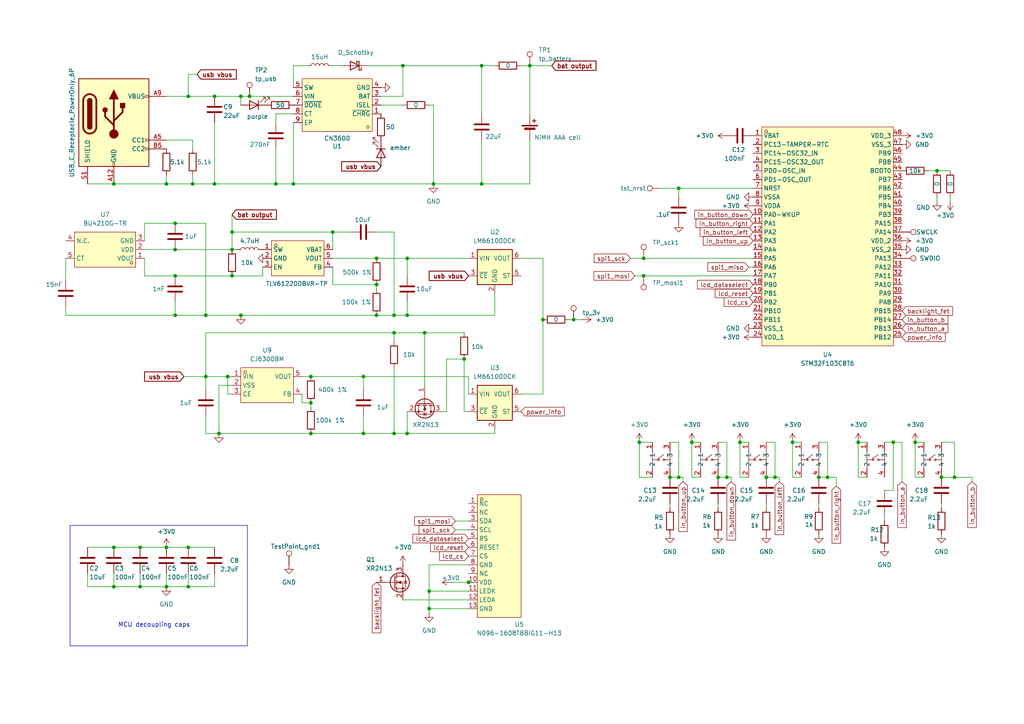
<source format=kicad_sch>
(kicad_sch (version 20250114) (generator "eeschema") (generator_version "9.0")
  (paper "A4")
  (title_block (title "stm32 business card"))
  (rectangle (start 20.32 152.4) (end 71.755 187.325))
  (text "Make sure CN36000 package and connections are right on PCB - wtf is EP?" (at 52.832 -7.874 0) (effects (font (size 1.27 1.27))))
  (text "MCU decoupling caps" (at 44.704 181.356 0) (effects (font (size 1.27 1.27))))
  (text "label 0 ohm choices" (at 24.892 -5.842 0) (effects (font (size 1.27 1.27) (thickness 0.1588))))
  (text "double check voltage diviers, maybe push higher - LCSC!" (at 43.434 -3.556 0) (effects (font (size 1.27 1.27) (thickness 0.1588))))
  (text "TODO" (at 18.796 -11.43 0) (effects (font (size 2.032 2.032) (thickness 0.4064) (bold yes))))
  (junction (at 105.41 109.22))
  (junction (at 40.64 158.75))
  (junction (at 194.31 138.43))
  (junction (at 124.46 171.45))
  (junction (at 166.37 92.71))
  (junction (at 114.3 91.44))
  (junction (at 259.08 128.27))
  (junction (at 186.69 80.01))
  (junction (at 67.31 67.31))
  (junction (at 134.62 104.14))
  (junction (at 224.79 138.43))
  (junction (at 59.69 91.44))
  (junction (at 90.17 116.84))
  (junction (at 72.39 27.94))
  (junction (at 118.11 74.93))
  (junction (at 139.7 53.34))
  (junction (at 135.89 168.91))
  (junction (at 33.02 170.18))
  (junction (at 265.43 128.27))
  (junction (at 67.31 80.01))
  (junction (at 114.3 125.73))
  (junction (at 48.26 170.18))
  (junction (at 109.22 74.93))
  (junction (at 240.03 138.43))
  (junction (at 54.61 27.94))
  (junction (at 109.22 91.44))
  (junction (at 105.41 125.73))
  (junction (at 125.73 53.34))
  (junction (at 276.86 138.43))
  (junction (at 90.17 109.22))
  (junction (at 118.11 91.44))
  (junction (at 208.28 138.43))
  (junction (at 248.92 128.27))
  (junction (at 62.23 27.94))
  (junction (at 273.05 138.43))
  (junction (at 67.31 72.39))
  (junction (at 196.85 54.61))
  (junction (at 62.23 53.34))
  (junction (at 114.3 96.52))
  (junction (at 116.84 19.05))
  (junction (at 50.8 91.44))
  (junction (at 48.26 53.34))
  (junction (at 237.49 138.43))
  (junction (at 85.09 53.34))
  (junction (at 222.25 138.43))
  (junction (at 55.88 53.34))
  (junction (at 153.67 19.05))
  (junction (at 214.63 128.27))
  (junction (at 185.42 128.27))
  (junction (at 96.52 67.31))
  (junction (at 40.64 170.18))
  (junction (at 210.82 138.43))
  (junction (at 69.85 91.44))
  (junction (at 123.19 96.52))
  (junction (at 66.04 109.22))
  (junction (at 124.46 176.53))
  (junction (at 69.85 27.94))
  (junction (at 54.61 158.75))
  (junction (at 90.17 125.73))
  (junction (at 229.87 128.27))
  (junction (at 196.85 138.43))
  (junction (at 118.11 125.73))
  (junction (at 271.78 49.53))
  (junction (at 80.01 53.34))
  (junction (at 33.02 53.34))
  (junction (at 50.8 80.01))
  (junction (at 109.22 82.55))
  (junction (at 33.02 158.75))
  (junction (at 63.5 125.73))
  (junction (at 50.8 72.39))
  (junction (at 186.69 74.93))
  (junction (at 139.7 19.05))
  (junction (at 157.48 92.71))
  (junction (at 200.66 128.27))
  (junction (at 54.61 170.18))
  (junction (at 50.8 64.77))
  (junction (at 59.69 109.22))
  (junction (at 48.26 158.75))
  (wire (pts (xy 194.31 147.32) (xy 194.31 146.05)))
  (wire (pts (xy 222.25 128.27) (xy 224.79 128.27)))
  (wire (pts (xy 85.09 25.4) (xy 85.09 19.05)))
  (wire (pts (xy 259.08 128.27) (xy 261.62 128.27)))
  (wire (pts (xy 267.97 138.43) (xy 265.43 138.43)))
  (wire (pts (xy 80.01 33.02) (xy 80.01 35.56)))
  (wire (pts (xy 55.88 53.34) (xy 55.88 50.8)))
  (wire (pts (xy 118.11 119.38) (xy 118.11 125.73)))
  (wire (pts (xy 41.91 64.77) (xy 50.8 64.77)))
  (wire (pts (xy 67.31 67.31) (xy 67.31 72.39)))
  (wire (pts (xy 54.61 21.59) (xy 57.15 21.59)))
  (wire (pts (xy 33.02 166.37) (xy 33.02 170.18)))
  (wire (pts (xy 153.67 19.05) (xy 153.67 33.02)))
  (wire (pts (xy 275.59 58.42) (xy 275.59 57.15)))
  (wire (pts (xy 114.3 125.73) (xy 118.11 125.73)))
  (wire (pts (xy 185.42 128.27) (xy 185.42 138.43)))
  (wire (pts (xy 200.66 128.27) (xy 203.2 128.27)))
  (wire (pts (xy 114.3 96.52) (xy 114.3 99.06)))
  (wire (pts (xy 85.09 53.34) (xy 125.73 53.34)))
  (wire (pts (xy 237.49 138.43) (xy 240.03 138.43)))
  (wire (pts (xy 256.54 128.27) (xy 259.08 128.27)))
  (wire (pts (xy 55.88 40.64) (xy 55.88 43.18)))
  (wire (pts (xy 248.92 128.27) (xy 248.92 138.43)))
  (wire (pts (xy 41.91 80.01) (xy 41.91 74.93)))
  (wire (pts (xy 186.69 74.93) (xy 218.44 74.93)))
  (wire (pts (xy 124.46 163.83) (xy 124.46 171.45)))
  (wire (pts (xy 62.23 27.94) (xy 69.85 27.94)))
  (wire (pts (xy 55.88 53.34) (xy 62.23 53.34)))
  (wire (pts (xy 85.09 19.05) (xy 88.9 19.05)))
  (wire (pts (xy 139.7 33.02) (xy 139.7 19.05)))
  (wire (pts (xy 251.46 138.43) (xy 248.92 138.43)))
  (wire (pts (xy 105.41 113.03) (xy 105.41 109.22)))
  (wire (pts (xy 229.87 128.27) (xy 232.41 128.27)))
  (wire (pts (xy 132.08 151.13) (xy 135.89 151.13)))
  (wire (pts (xy 106.68 19.05) (xy 116.84 19.05)))
  (wire (pts (xy 134.62 119.38) (xy 135.89 119.38)))
  (wire (pts (xy 189.23 138.43) (xy 185.42 138.43)))
  (wire (pts (xy 59.69 125.73) (xy 63.5 125.73)))
  (wire (pts (xy 66.04 109.22) (xy 67.31 109.22)))
  (wire (pts (xy 40.64 166.37) (xy 40.64 170.18)))
  (wire (pts (xy 232.41 138.43) (xy 229.87 138.43)))
  (wire (pts (xy 101.6 67.31) (xy 96.52 67.31)))
  (wire (pts (xy 273.05 147.32) (xy 273.05 146.05)))
  (wire (pts (xy 237.49 128.27) (xy 240.03 128.27)))
  (wire (pts (xy 134.62 104.14) (xy 134.62 119.38)))
  (wire (pts (xy 281.94 139.7) (xy 281.94 138.43)))
  (wire (pts (xy 157.48 92.71) (xy 157.48 114.3)))
  (wire (pts (xy 114.3 91.44) (xy 109.22 91.44)))
  (wire (pts (xy 66.04 114.3) (xy 66.04 109.22)))
  (wire (pts (xy 210.82 138.43) (xy 212.09 138.43)))
  (wire (pts (xy 96.52 82.55) (xy 109.22 82.55)))
  (wire (pts (xy 62.23 170.18) (xy 62.23 166.37)))
  (wire (pts (xy 48.26 40.64) (xy 55.88 40.64)))
  (wire (pts (xy 196.85 54.61) (xy 196.85 57.15)))
  (wire (pts (xy 198.12 139.7) (xy 198.12 138.43)))
  (wire (pts (xy 67.31 67.31) (xy 96.52 67.31)))
  (wire (pts (xy 226.06 138.43) (xy 224.79 138.43)))
  (wire (pts (xy 54.61 27.94) (xy 62.23 27.94)))
  (wire (pts (xy 208.28 147.32) (xy 208.28 146.05)))
  (wire (pts (xy 118.11 74.93) (xy 135.89 74.93)))
  (wire (pts (xy 124.46 30.48) (xy 125.73 30.48)))
  (wire (pts (xy 118.11 87.63) (xy 118.11 91.44)))
  (wire (pts (xy 139.7 53.34) (xy 153.67 53.34)))
  (wire (pts (xy 191.77 54.61) (xy 196.85 54.61)))
  (wire (pts (xy 48.26 158.75) (xy 54.61 158.75)))
  (wire (pts (xy 48.26 27.94) (xy 54.61 27.94)))
  (wire (pts (xy 214.63 128.27) (xy 217.17 128.27)))
  (wire (pts (xy 72.39 27.94) (xy 85.09 27.94)))
  (wire (pts (xy 135.89 171.45) (xy 124.46 171.45)))
  (wire (pts (xy 50.8 91.44) (xy 59.69 91.44)))
  (wire (pts (xy 67.31 72.39) (xy 68.58 72.39)))
  (wire (pts (xy 212.09 138.43) (xy 212.09 139.7)))
  (wire (pts (xy 50.8 72.39) (xy 67.31 72.39)))
  (wire (pts (xy 33.02 170.18) (xy 40.64 170.18)))
  (wire (pts (xy 105.41 120.65) (xy 105.41 125.73)))
  (wire (pts (xy 208.28 128.27) (xy 210.82 128.27)))
  (wire (pts (xy 135.89 163.83) (xy 124.46 163.83)))
  (wire (pts (xy 87.63 116.84) (xy 90.17 116.84)))
  (wire (pts (xy 41.91 80.01) (xy 50.8 80.01)))
  (wire (pts (xy 41.91 72.39) (xy 50.8 72.39)))
  (wire (pts (xy 224.79 128.27) (xy 224.79 138.43)))
  (wire (pts (xy 59.69 64.77) (xy 59.69 91.44)))
  (wire (pts (xy 96.52 72.39) (xy 96.52 67.31)))
  (wire (pts (xy 271.78 58.42) (xy 271.78 57.15)))
  (wire (pts (xy 256.54 151.13) (xy 256.54 149.86)))
  (wire (pts (xy 118.11 91.44) (xy 143.51 91.44)))
  (wire (pts (xy 114.3 67.31) (xy 114.3 91.44)))
  (wire (pts (xy 54.61 158.75) (xy 62.23 158.75)))
  (wire (pts (xy 109.22 67.31) (xy 114.3 67.31)))
  (wire (pts (xy 69.85 91.44) (xy 109.22 91.44)))
  (wire (pts (xy 40.64 170.18) (xy 48.26 170.18)))
  (wire (pts (xy 67.31 80.01) (xy 76.2 80.01)))
  (wire (pts (xy 53.34 109.22) (xy 59.69 109.22)))
  (wire (pts (xy 281.94 138.43) (xy 276.86 138.43)))
  (wire (pts (xy 269.24 49.53) (xy 271.78 49.53)))
  (wire (pts (xy 222.25 147.32) (xy 222.25 146.05)))
  (wire (pts (xy 153.67 19.05) (xy 160.02 19.05)))
  (wire (pts (xy 90.17 116.84) (xy 90.17 118.11)))
  (wire (pts (xy 198.12 138.43) (xy 196.85 138.43)))
  (wire (pts (xy 157.48 74.93) (xy 157.48 92.71)))
  (wire (pts (xy 229.87 128.27) (xy 229.87 138.43)))
  (wire (pts (xy 273.05 138.43) (xy 276.86 138.43)))
  (wire (pts (xy 109.22 82.55) (xy 109.22 83.82)))
  (wire (pts (xy 242.57 138.43) (xy 242.57 140.97)))
  (wire (pts (xy 87.63 109.22) (xy 90.17 109.22)))
  (wire (pts (xy 80.01 53.34) (xy 85.09 53.34)))
  (wire (pts (xy 186.69 80.01) (xy 218.44 80.01)))
  (wire (pts (xy 69.85 27.94) (xy 69.85 30.48)))
  (wire (pts (xy 123.19 111.76) (xy 123.19 96.52)))
  (wire (pts (xy 129.54 119.38) (xy 129.54 104.14)))
  (wire (pts (xy 48.26 166.37) (xy 48.26 170.18)))
  (wire (pts (xy 153.67 40.64) (xy 153.67 53.34)))
  (wire (pts (xy 242.57 138.43) (xy 240.03 138.43)))
  (wire (pts (xy 25.4 158.75) (xy 33.02 158.75)))
  (wire (pts (xy 85.09 35.56) (xy 85.09 53.34)))
  (wire (pts (xy 40.64 158.75) (xy 48.26 158.75)))
  (wire (pts (xy 182.88 74.93) (xy 186.69 74.93)))
  (wire (pts (xy 194.31 128.27) (xy 196.85 128.27)))
  (wire (pts (xy 50.8 64.77) (xy 59.69 64.77)))
  (wire (pts (xy 116.84 27.94) (xy 110.49 27.94)))
  (wire (pts (xy 90.17 109.22) (xy 105.41 109.22)))
  (wire (pts (xy 128.27 119.38) (xy 129.54 119.38)))
  (wire (pts (xy 123.19 96.52) (xy 134.62 96.52)))
  (wire (pts (xy 151.13 19.05) (xy 153.67 19.05)))
  (wire (pts (xy 67.31 62.23) (xy 67.31 67.31)))
  (wire (pts (xy 116.84 19.05) (xy 139.7 19.05)))
  (wire (pts (xy 217.17 77.47) (xy 218.44 77.47)))
  (wire (pts (xy 135.89 168.91) (xy 130.81 168.91)))
  (wire (pts (xy 59.69 109.22) (xy 66.04 109.22)))
  (wire (pts (xy 118.11 74.93) (xy 109.22 74.93)))
  (wire (pts (xy 276.86 138.43) (xy 276.86 128.27)))
  (wire (pts (xy 168.91 92.71) (xy 166.37 92.71)))
  (wire (pts (xy 259.08 128.27) (xy 259.08 142.24)))
  (wire (pts (xy 217.17 138.43) (xy 214.63 138.43)))
  (wire (pts (xy 96.52 74.93) (xy 109.22 74.93)))
  (wire (pts (xy 59.69 120.65) (xy 59.69 125.73)))
  (wire (pts (xy 210.82 128.27) (xy 210.82 138.43)))
  (wire (pts (xy 76.2 74.93) (xy 77.47 74.93)))
  (wire (pts (xy 48.26 170.18) (xy 54.61 170.18)))
  (wire (pts (xy 143.51 91.44) (xy 143.51 85.09)))
  (wire (pts (xy 19.05 91.44) (xy 19.05 88.9)))
  (wire (pts (xy 273.05 128.27) (xy 276.86 128.27)))
  (wire (pts (xy 90.17 125.73) (xy 105.41 125.73)))
  (wire (pts (xy 240.03 138.43) (xy 240.03 128.27)))
  (wire (pts (xy 59.69 113.03) (xy 59.69 109.22)))
  (wire (pts (xy 105.41 125.73) (xy 114.3 125.73)))
  (wire (pts (xy 105.41 109.22) (xy 135.89 109.22)))
  (wire (pts (xy 80.01 53.34) (xy 80.01 43.18)))
  (wire (pts (xy 184.15 80.01) (xy 186.69 80.01)))
  (wire (pts (xy 137.16 168.91) (xy 135.89 168.91)))
  (wire (pts (xy 54.61 27.94) (xy 54.61 21.59)))
  (wire (pts (xy 143.51 125.73) (xy 143.51 124.46)))
  (wire (pts (xy 118.11 80.01) (xy 118.11 74.93)))
  (wire (pts (xy 67.31 111.76) (xy 63.5 111.76)))
  (wire (pts (xy 33.02 53.34) (xy 48.26 53.34)))
  (wire (pts (xy 214.63 128.27) (xy 214.63 138.43)))
  (wire (pts (xy 85.09 33.02) (xy 80.01 33.02)))
  (wire (pts (xy 59.69 96.52) (xy 59.69 109.22)))
  (wire (pts (xy 265.43 128.27) (xy 267.97 128.27)))
  (wire (pts (xy 19.05 91.44) (xy 50.8 91.44)))
  (wire (pts (xy 50.8 80.01) (xy 67.31 80.01)))
  (wire (pts (xy 226.06 139.7) (xy 226.06 138.43)))
  (wire (pts (xy 19.05 81.28) (xy 19.05 74.93)))
  (wire (pts (xy 237.49 147.32) (xy 237.49 146.05)))
  (wire (pts (xy 59.69 96.52) (xy 114.3 96.52)))
  (wire (pts (xy 114.3 96.52) (xy 123.19 96.52)))
  (wire (pts (xy 203.2 138.43) (xy 200.66 138.43)))
  (wire (pts (xy 124.46 171.45) (xy 124.46 176.53)))
  (wire (pts (xy 48.26 53.34) (xy 55.88 53.34)))
  (wire (pts (xy 166.37 92.71) (xy 165.1 92.71)))
  (wire (pts (xy 135.89 109.22) (xy 135.89 114.3)))
  (wire (pts (xy 265.43 128.27) (xy 265.43 138.43)))
  (wire (pts (xy 261.62 128.27) (xy 261.62 139.7)))
  (wire (pts (xy 129.54 104.14) (xy 134.62 104.14)))
  (wire (pts (xy 259.08 142.24) (xy 256.54 142.24)))
  (wire (pts (xy 76.2 80.01) (xy 76.2 77.47)))
  (wire (pts (xy 271.78 49.53) (xy 275.59 49.53)))
  (wire (pts (xy 139.7 40.64) (xy 139.7 53.34)))
  (wire (pts (xy 248.92 128.27) (xy 251.46 128.27)))
  (wire (pts (xy 48.26 53.34) (xy 48.26 50.8)))
  (wire (pts (xy 208.28 138.43) (xy 210.82 138.43)))
  (wire (pts (xy 194.31 138.43) (xy 196.85 138.43)))
  (wire (pts (xy 118.11 125.73) (xy 143.51 125.73)))
  (wire (pts (xy 25.4 53.34) (xy 33.02 53.34)))
  (wire (pts (xy 116.84 173.99) (xy 135.89 173.99)))
  (wire (pts (xy 67.31 114.3) (xy 66.04 114.3)))
  (wire (pts (xy 41.91 69.85) (xy 41.91 64.77)))
  (wire (pts (xy 62.23 53.34) (xy 80.01 53.34)))
  (wire (pts (xy 157.48 114.3) (xy 151.13 114.3)))
  (wire (pts (xy 222.25 138.43) (xy 224.79 138.43)))
  (wire (pts (xy 54.61 170.18) (xy 62.23 170.18)))
  (wire (pts (xy 63.5 111.76) (xy 63.5 125.73)))
  (wire (pts (xy 50.8 91.44) (xy 50.8 87.63)))
  (wire (pts (xy 185.42 128.27) (xy 189.23 128.27)))
  (wire (pts (xy 118.11 91.44) (xy 114.3 91.44)))
  (wire (pts (xy 110.49 30.48) (xy 116.84 30.48)))
  (wire (pts (xy 125.73 30.48) (xy 125.73 53.34)))
  (wire (pts (xy 62.23 35.56) (xy 62.23 53.34)))
  (wire (pts (xy 33.02 158.75) (xy 40.64 158.75)))
  (wire (pts (xy 124.46 176.53) (xy 124.46 177.8)))
  (wire (pts (xy 54.61 166.37) (xy 54.61 170.18)))
  (wire (pts (xy 69.85 27.94) (xy 72.39 27.94)))
  (wire (pts (xy 116.84 19.05) (xy 116.84 27.94)))
  (wire (pts (xy 25.4 166.37) (xy 25.4 170.18)))
  (wire (pts (xy 196.85 128.27) (xy 196.85 138.43)))
  (wire (pts (xy 157.48 74.93) (xy 151.13 74.93)))
  (wire (pts (xy 63.5 125.73) (xy 90.17 125.73)))
  (wire (pts (xy 124.46 176.53) (xy 135.89 176.53)))
  (wire (pts (xy 125.73 53.34) (xy 139.7 53.34)))
  (wire (pts (xy 132.08 153.67) (xy 135.89 153.67)))
  (wire (pts (xy 200.66 128.27) (xy 200.66 138.43)))
  (wire (pts (xy 114.3 106.68) (xy 114.3 125.73)))
  (wire (pts (xy 96.52 19.05) (xy 99.06 19.05)))
  (wire (pts (xy 87.63 114.3) (xy 87.63 116.84)))
  (wire (pts (xy 96.52 82.55) (xy 96.52 77.47)))
  (wire (pts (xy 196.85 54.61) (xy 218.44 54.61)))
  (wire (pts (xy 139.7 19.05) (xy 143.51 19.05)))
  (wire (pts (xy 59.69 91.44) (xy 69.85 91.44)))
  (wire (pts (xy 25.4 170.18) (xy 33.02 170.18)))
  (global_label "in_button_b" (shape input) (at 281.94 139.7 270) (property "Intersheetrefs" "${INTERSHEET_REFS}" (effects (hide yes))))
  (global_label "backlight_fet" (shape input) (at 261.62 90.17 0) (property "Intersheetrefs" "${INTERSHEET_REFS}" (effects (hide yes))))
  (global_label "lcd_cs" (shape input) (at 135.89 161.29 180) (property "Intersheetrefs" "${INTERSHEET_REFS}" (effects (hide yes))))
  (global_label "in_button_down" (shape input) (at 212.09 139.7 270) (property "Intersheetrefs" "${INTERSHEET_REFS}" (effects (hide yes))))
  (global_label "lcd_reset" (shape input) (at 135.89 158.75 180) (property "Intersheetrefs" "${INTERSHEET_REFS}" (effects (hide yes))))
  (global_label "usb vbus" (shape input) (at 110.49 48.26 180) (effects (font (thickness 0.254) (bold yes))) (property "Intersheetrefs" "${INTERSHEET_REFS}" (effects (hide yes))))
  (global_label "in_button_right" (shape input) (at 242.57 140.97 270) (property "Intersheetrefs" "${INTERSHEET_REFS}" (effects (hide yes))))
  (global_label "spi1_mosi" (shape input) (at 132.08 151.13 180) (property "Intersheetrefs" "${INTERSHEET_REFS}" (effects (hide yes))))
  (global_label "in_button_b" (shape input) (at 261.62 92.71 0) (property "Intersheetrefs" "${INTERSHEET_REFS}" (effects (hide yes))))
  (global_label "in_button_a" (shape input) (at 261.62 95.25 0) (property "Intersheetrefs" "${INTERSHEET_REFS}" (effects (hide yes))))
  (global_label "spi1_sck" (shape input) (at 182.88 74.93 180) (property "Intersheetrefs" "${INTERSHEET_REFS}" (effects (hide yes))))
  (global_label "backlight_fet" (shape input) (at 109.22 168.91 270) (property "Intersheetrefs" "${INTERSHEET_REFS}" (effects (hide yes))))
  (global_label "usb vbus" (shape input) (at 135.89 80.01 180) (effects (font (thickness 0.254) (bold yes))) (property "Intersheetrefs" "${INTERSHEET_REFS}" (effects (hide yes))))
  (global_label "in_button_a" (shape input) (at 261.62 139.7 270) (property "Intersheetrefs" "${INTERSHEET_REFS}" (effects (hide yes))))
  (global_label "usb vbus" (shape input) (at 57.15 21.59 0) (effects (font (thickness 0.254) (bold yes))) (property "Intersheetrefs" "${INTERSHEET_REFS}" (effects (hide yes))))
  (global_label "lcd_cs" (shape input) (at 218.44 87.63 180) (property "Intersheetrefs" "${INTERSHEET_REFS}" (effects (hide yes))))
  (global_label "lcd_dataselect" (shape input) (at 135.89 156.21 180) (property "Intersheetrefs" "${INTERSHEET_REFS}" (effects (hide yes))))
  (global_label "lcd_reset" (shape input) (at 218.44 85.09 180) (property "Intersheetrefs" "${INTERSHEET_REFS}" (effects (hide yes))))
  (global_label "lcd_dataselect" (shape input) (at 218.44 82.55 180) (property "Intersheetrefs" "${INTERSHEET_REFS}" (effects (hide yes))))
  (global_label "in_button_left" (shape input) (at 218.44 67.31 180) (property "Intersheetrefs" "${INTERSHEET_REFS}" (effects (hide yes))))
  (global_label "bat output" (shape input) (at 67.31 62.23 0) (effects (font (thickness 0.254) (bold yes))) (property "Intersheetrefs" "${INTERSHEET_REFS}" (effects (hide yes))))
  (global_label "in_button_right" (shape input) (at 218.44 64.77 180) (property "Intersheetrefs" "${INTERSHEET_REFS}" (effects (hide yes))))
  (global_label "in_button_up" (shape input) (at 198.12 139.7 270) (property "Intersheetrefs" "${INTERSHEET_REFS}" (effects (hide yes))))
  (global_label "in_button_left" (shape input) (at 226.06 139.7 270) (property "Intersheetrefs" "${INTERSHEET_REFS}" (effects (hide yes))))
  (global_label "in_button_up" (shape input) (at 218.44 69.85 180) (property "Intersheetrefs" "${INTERSHEET_REFS}" (effects (hide yes))))
  (global_label "usb vbus" (shape input) (at 53.34 109.22 180) (effects (font (thickness 0.254) (bold yes))) (property "Intersheetrefs" "${INTERSHEET_REFS}" (effects (hide yes))))
  (global_label "power_info" (shape input) (at 151.13 119.38 0) (property "Intersheetrefs" "${INTERSHEET_REFS}" (effects (hide yes))))
  (global_label "spi1_miso" (shape input) (at 217.17 77.47 180) (property "Intersheetrefs" "${INTERSHEET_REFS}" (effects (hide yes))))
  (global_label "power_info" (shape input) (at 261.62 97.79 0) (property "Intersheetrefs" "${INTERSHEET_REFS}" (effects (hide yes))))
  (global_label "spi1_sck" (shape input) (at 132.08 153.67 180) (property "Intersheetrefs" "${INTERSHEET_REFS}" (effects (hide yes))))
  (global_label "in_button_down" (shape input) (at 218.44 62.23 180) (property "Intersheetrefs" "${INTERSHEET_REFS}" (effects (hide yes))))
  (global_label "bat output" (shape input) (at 160.02 19.05 0) (effects (font (thickness 0.254) (bold yes))) (property "Intersheetrefs" "${INTERSHEET_REFS}" (effects (hide yes))))
  (global_label "spi1_mosi" (shape input) (at 184.15 80.01 180) (property "Intersheetrefs" "${INTERSHEET_REFS}" (effects (hide yes))))
  (symbol (lib_id "Device:C") (at 50.8 83.82 0) (unit 1)
    (property "Reference" "C19" (effects (hide yes)))
    (property "Value" "1nF" (at 44.196 83.82 0) (effects (justify left)))
    (property "Footprint" "Capacitor_SMD:C_0603_1608Metric" (effects (hide yes)))
    (property "Description" "Unpolarized capacitor" (effects (hide yes)))
  )
  (symbol (lib_id "power:GND") (at 124.46 177.8 0) (unit 1)
    (property "Reference" "#PWR037" (effects (hide yes)))
    (property "Value" "GND" (at 124.46 182.88 0))
    (property "Description" "Power symbol creates a global label with name \"GND\" , ground" (effects (hide yes)))
  )
  (symbol (lib_id "Device:R") (at 120.65 30.48 90) (unit 1)
    (property "Reference" "R4" (effects (hide yes)))
    (property "Value" "0" (at 120.65 30.48 90))
    (property "Footprint" "Resistor_SMD:R_0603_1608Metric" (effects (hide yes)))
    (property "Description" "Resistor" (effects (hide yes)))
  )
  (symbol (lib_id "Device:R") (at 222.25 151.13 180) (unit 1)
    (property "Reference" "R7" (at 217.678 149.86 0) (effects (justify right)))
    (property "Value" "1k" (at 217.678 152.4 0) (effects (justify right)))
    (property "Footprint" "Resistor_SMD:R_0603_1608Metric" (effects (hide yes)))
    (property "Description" "Resistor" (effects (hide yes)))
  )
  (symbol (lib_id "Device:R") (at 110.49 36.83 180) (unit 1)
    (property "Reference" "R15" (effects (hide yes)))
    (property "Value" "50" (at 114.554 36.83 0) (effects (justify left)))
    (property "Footprint" "Resistor_SMD:R_0603_1608Metric" (effects (hide yes)))
    (property "Description" "Resistor" (effects (hide yes)))
  )
  (symbol (lib_id "power:GND") (at 218.44 95.25 270) (unit 1)
    (property "Reference" "#PWR018" (effects (hide yes)))
    (property "Value" "GND" (at 214.63 95.2499 90) (effects (justify right)))
    (property "Description" "Power symbol creates a global label with name \"GND\" , ground" (effects (hide yes)))
  )
  (symbol (lib_id "Device:C") (at 196.85 60.96 0) (unit 1)
    (property "Reference" "C11" (effects (hide yes)))
    (property "Value" ".1uF" (at 190.246 62.23 0) (effects (justify left)))
    (property "Footprint" "Capacitor_SMD:C_0603_1608Metric" (effects (hide yes)))
    (property "Description" "Unpolarized capacitor" (effects (hide yes)))
  )
  (symbol (lib_id "Device:C") (at 40.64 162.56 0) (unit 1)
    (property "Reference" "C4" (at 40.894 164.846 0) (effects (justify left)))
    (property "Value" "100nF" (at 40.894 167.386 0) (effects (justify left)))
    (property "Footprint" "Capacitor_SMD:C_0603_1608Metric" (effects (hide yes)))
    (property "Description" "Unpolarized capacitor" (effects (hide yes)))
  )
  (symbol (lib_id "Device:R") (at 48.26 46.99 0) (unit 1)
    (property "Reference" "R1" (effects (hide yes)))
    (property "Value" "5.1k" (at 49.276 46.99 0) (effects (justify left)))
    (property "Footprint" "Resistor_SMD:R_0603_1608Metric" (effects (hide yes)))
    (property "Description" "Resistor" (effects (hide yes)))
  )
  (symbol (lib_id "power:GND") (at 222.25 154.94 0) (unit 1)
    (property "Reference" "#PWR029" (effects (hide yes)))
    (property "Value" "GND" (at 222.25 160.02 0))
    (property "Description" "Power symbol creates a global label with name \"GND\" , ground" (effects (hide yes)))
  )
  (symbol (lib_id "Device:C") (at 62.23 162.56 180) (unit 1)
    (property "Reference" "C8" (at 69.342 162.56 0) (effects (justify left)))
    (property "Value" "2.2uF" (at 69.342 165.1 0) (effects (justify left)))
    (property "Footprint" "Capacitor_SMD:C_0603_1608Metric" (effects (hide yes)))
    (property "Description" "Unpolarized capacitor" (effects (hide yes)))
  )
  (symbol (lib_id "Device:D_Schottky") (at 102.87 19.05 180) (unit 1)
    (property "Reference" "D1" (effects (hide yes)))
    (property "Value" "D_Schottky" (at 103.1875 15.24 0))
    (property "Footprint" "Diode_SMD:D_SMA" (effects (hide yes)))
    (property "Description" "Schottky diode" (effects (hide yes)))
  )
  (symbol (lib_id "power:+3V0") (at 218.44 59.69 90) (unit 1)
    (property "Reference" "#PWR017" (effects (hide yes)))
    (property "Value" "+3V0" (at 214.63 59.6899 90) (effects (justify left)))
    (property "Description" "Power symbol creates a global label with name \"+3V0\"" (effects (hide yes)))
  )
  (symbol (lib_id "Device:LED") (at 73.66 30.48 180) (unit 1)
    (property "Reference" "D2" (effects (hide yes)))
    (property "Value" "purple" (at 74.676 33.782 0))
    (property "Footprint" "LED_SMD:LED_0805_2012Metric" (effects (hide yes)))
    (property "Description" "Light emitting diode" (effects (hide yes)))
    (property "Sim.Pins" "1=K 2=A" (effects (hide yes)))
  )
  (symbol (lib_id "Device:C") (at 54.61 162.56 0) (unit 1)
    (property "Reference" "C6" (at 54.864 164.846 0) (effects (justify left)))
    (property "Value" "100nF" (at 54.864 167.386 0) (effects (justify left)))
    (property "Footprint" "Capacitor_SMD:C_0603_1608Metric" (effects (hide yes)))
    (property "Description" "Unpolarized capacitor" (effects (hide yes)))
  )
  (symbol (lib_id "power:+3V0") (at 248.92 128.27 0) (unit 1)
    (property "Reference" "#PWR036" (effects (hide yes)))
    (property "Value" "+3V0" (at 248.92 123.19 0))
    (property "Description" "Power symbol creates a global label with name \"+3V0\"" (effects (hide yes)))
  )
  (symbol (lib_id "indigos_imports:CJ6300BM") (at 77.47 111.76 0) (unit 1)
    (property "Reference" "U9" (at 77.47 101.6 0))
    (property "Value" "CJ6300BM" (at 77.47 104.14 0))
    (property "Footprint" "indigos_imports:SOT-23-5_L2.9-W1.6-P0.95-LS2.8-BR" (effects (hide yes)))
    (property "LCSC Part" "C2829398" (effects (hide yes)))
  )
  (symbol (lib_id "power:+3V0") (at 261.62 69.85 270) (unit 1)
    (property "Reference" "#PWR027" (effects (hide yes)))
    (property "Value" "+3V0" (at 265.43 69.8499 90) (effects (justify left)))
    (property "Description" "Power symbol creates a global label with name \"+3V0\"" (effects (hide yes)))
  )
  (symbol (lib_id "Transistor_FET:AO3400A") (at 123.19 116.84 270) (unit 1)
    (property "Reference" "Q2" (effects (hide yes)))
    (property "Value" "XR2N13" (at 119.634 123.19 90) (effects (justify left)))
    (property "Footprint" "Package_TO_SOT_SMD:SOT-23" (effects (hide yes)))
    (property "Datasheet" "http://www.aosmd.com/pdfs/datasheet/AO3400A.pdf" (effects (hide yes)))
    (property "Description" "30V Vds, 5.7A Id, N-Channel MOSFET, SOT-23" (effects (hide yes)))
  )
  (symbol (lib_id "Connector:TestPoint") (at 191.77 54.61 90) (unit 1)
    (property "Reference" "tst_nrst1" (effects (hide yes)))
    (property "Value" "tst_nrst" (at 183.642 54.61 90))
    (property "Footprint" "TestPoint:TestPoint_Pad_D2.0mm" (effects (hide yes)))
    (property "Description" "test point" (effects (hide yes)))
  )
  (symbol (lib_id "power:GND") (at 256.54 158.75 0) (unit 1)
    (property "Reference" "#PWR038" (effects (hide yes)))
    (property "Value" "GND" (at 256.54 163.83 0))
    (property "Description" "Power symbol creates a global label with name \"GND\" , ground" (effects (hide yes)))
  )
  (symbol (lib_id "power:GND") (at 196.85 64.77 0) (unit 1)
    (property "Reference" "#PWR015" (effects (hide yes)))
    (property "Value" "GND" (effects (hide yes)))
    (property "Description" "Power symbol creates a global label with name \"GND\" , ground" (effects (hide yes)))
  )
  (symbol (lib_id "power:GND") (at 261.62 72.39 90) (unit 1)
    (property "Reference" "#PWR028" (effects (hide yes)))
    (property "Value" "GND" (at 265.43 72.3899 90) (effects (justify right)))
    (property "Description" "Power symbol creates a global label with name \"GND\" , ground" (effects (hide yes)))
  )
  (symbol (lib_id "Device:R") (at 109.22 78.74 0) (unit 1)
    (property "Reference" "R16" (effects (hide yes)))
    (property "Value" "500k 1%" (at 99.314 78.994 0) (effects (justify left)))
    (property "Footprint" "Resistor_SMD:R_0603_1608Metric" (effects (hide yes)))
    (property "Description" "Resistor" (effects (hide yes)))
  )
  (symbol (lib_id "power:+3V0") (at 200.66 128.27 0) (unit 1)
    (property "Reference" "#PWR022" (effects (hide yes)))
    (property "Value" "+3V0" (at 200.66 123.19 0))
    (property "Description" "Power symbol creates a global label with name \"+3V0\"" (effects (hide yes)))
  )
  (symbol (lib_id "Device:C") (at 80.01 39.37 0) (unit 1)
    (property "Reference" "C7" (effects (hide yes)))
    (property "Value" "270nF" (at 72.39 41.91 0) (effects (justify left)))
    (property "Footprint" "Capacitor_SMD:C_0805_2012Metric" (effects (hide yes)))
    (property "Description" "Unpolarized capacitor" (effects (hide yes)))
  )
  (symbol (lib_id "Device:C") (at 25.4 162.56 0) (unit 1)
    (property "Reference" "C2" (at 25.908 164.846 0) (effects (justify left)))
    (property "Value" "10uF" (at 25.908 167.386 0) (effects (justify left)))
    (property "Footprint" "Capacitor_SMD:C_0603_1608Metric" (effects (hide yes)))
    (property "Description" "Unpolarized capacitor" (effects (hide yes)))
  )
  (symbol (lib_id "power:GND") (at 261.62 41.91 90) (unit 1)
    (property "Reference" "#PWR026" (effects (hide yes)))
    (property "Value" "GND" (at 265.43 41.9099 90) (effects (justify right)))
    (property "Description" "Power symbol creates a global label with name \"GND\" , ground" (effects (hide yes)))
  )
  (symbol (lib_id "Connector:TestPoint") (at 166.37 92.71 0) (unit 1)
    (property "Reference" "TP3" (effects (hide yes)))
    (property "Value" "tp_3v" (at 168.91 90.6779 0) (effects (justify left)))
    (property "Footprint" "TestPoint:TestPoint_Pad_D2.0mm" (effects (hide yes)))
    (property "Description" "test point" (effects (hide yes)))
  )
  (symbol (lib_id "easyeda2kicad:TSD003A04126A02") (at 254 133.35 90) (mirror x) (unit 1)
    (property "Reference" "b_a1" (effects (hide yes)))
    (property "Value" "TSD003A04126A02" (effects (hide yes)))
    (property "Footprint" "easyeda2kicad:SW-SMD_4P-L6.0-W6.0-P4.50-LS8.6" (effects (hide yes)))
    (property "Description" "top arrow" (effects (hide yes)))
    (property "LCSC Part" "C2888573" (effects (hide yes)))
  )
  (symbol (lib_id "power:+3V0") (at 265.43 128.27 0) (unit 1)
    (property "Reference" "#PWR039" (effects (hide yes)))
    (property "Value" "+3V0" (at 265.43 123.19 0))
    (property "Description" "Power symbol creates a global label with name \"+3V0\"" (effects (hide yes)))
  )
  (symbol (lib_id "Device:R") (at 109.22 87.63 0) (unit 1)
    (property "Reference" "R17" (effects (hide yes)))
    (property "Value" "100k 1%" (at 103.378 87.63 0))
    (property "Footprint" "Resistor_SMD:R_0603_1608Metric" (effects (hide yes)))
    (property "Description" "Resistor" (effects (hide yes)))
  )
  (symbol (lib_id "easyeda2kicad:TSD003A04126A02") (at 270.51 133.35 90) (mirror x) (unit 1)
    (property "Reference" "b_b1" (effects (hide yes)))
    (property "Value" "TSD003A04126A02" (effects (hide yes)))
    (property "Footprint" "easyeda2kicad:SW-SMD_4P-L6.0-W6.0-P4.50-LS8.6" (effects (hide yes)))
    (property "Description" "top arrow" (effects (hide yes)))
    (property "LCSC Part" "C2888573" (effects (hide yes)))
  )
  (symbol (lib_id "power:+3V0") (at 229.87 128.27 0) (unit 1)
    (property "Reference" "#PWR030" (effects (hide yes)))
    (property "Value" "+3V0" (at 229.87 123.19 0))
    (property "Description" "Power symbol creates a global label with name \"+3V0\"" (effects (hide yes)))
  )
  (symbol (lib_id "Device:C") (at 208.28 142.24 180) (unit 1)
    (property "Reference" "C14" (at 204.47 142.24 0) (effects (justify left)))
    (property "Value" "2.2uF" (at 204.47 144.78 0) (effects (justify left)))
    (property "Footprint" "Capacitor_SMD:C_0603_1608Metric" (effects (hide yes)))
    (property "Description" "Unpolarized capacitor" (effects (hide yes)))
  )
  (symbol (lib_id "Device:R") (at 275.59 53.34 0) (unit 1)
    (property "Reference" "R10" (effects (hide yes)))
    (property "Value" "0" (at 275.59 53.34 90))
    (property "Footprint" "Resistor_SMD:R_0603_1608Metric" (effects (hide yes)))
    (property "Description" "Resistor" (effects (hide yes)))
  )
  (symbol (lib_id "power:GND") (at 48.26 170.18 0) (unit 1)
    (property "Reference" "#PWR07" (effects (hide yes)))
    (property "Value" "GND" (at 48.26 175.26 0))
    (property "Description" "Power symbol creates a global label with name \"GND\" , ground" (effects (hide yes)))
  )
  (symbol (lib_id "Device:C") (at 222.25 142.24 180) (unit 1)
    (property "Reference" "C15" (at 218.44 142.24 0) (effects (justify left)))
    (property "Value" "2.2uF" (at 218.44 144.78 0) (effects (justify left)))
    (property "Footprint" "Capacitor_SMD:C_0603_1608Metric" (effects (hide yes)))
    (property "Description" "Unpolarized capacitor" (effects (hide yes)))
  )
  (symbol (lib_id "power:GND") (at 237.49 154.94 0) (unit 1)
    (property "Reference" "#PWR032" (effects (hide yes)))
    (property "Value" "GND" (at 237.49 160.02 0))
    (property "Description" "Power symbol creates a global label with name \"GND\" , ground" (effects (hide yes)))
  )
  (symbol (lib_id "Device:C") (at 50.8 68.58 0) (unit 1)
    (property "Reference" "C20" (effects (hide yes)))
    (property "Value" "1uF" (at 53.594 68.58 0) (effects (justify left)))
    (property "Footprint" "Capacitor_SMD:C_0603_1608Metric" (effects (hide yes)))
    (property "Description" "Unpolarized capacitor" (effects (hide yes)))
  )
  (symbol (lib_id "Device:C") (at 19.05 85.09 0) (unit 1)
    (property "Reference" "C10" (effects (hide yes)))
    (property "Value" "15nF" (at 13.208 82.55 0) (effects (justify left)))
    (property "Footprint" "Capacitor_SMD:C_0603_1608Metric" (effects (hide yes)))
    (property "Description" "Unpolarized capacitor" (effects (hide yes)))
  )
  (symbol (lib_id "power:GND") (at 218.44 57.15 270) (unit 1)
    (property "Reference" "#PWR016" (effects (hide yes)))
    (property "Value" "GND" (at 214.63 57.1499 90) (effects (justify right)))
    (property "Description" "Power symbol creates a global label with name \"GND\" , ground" (effects (hide yes)))
  )
  (symbol (lib_id "Device:R") (at 90.17 121.92 0) (unit 1)
    (property "Reference" "R19" (effects (hide yes)))
    (property "Value" "100k 1%" (at 95.758 121.92 0))
    (property "Footprint" "Resistor_SMD:R_0603_1608Metric" (effects (hide yes)))
    (property "Description" "Resistor" (effects (hide yes)))
  )
  (symbol (lib_id "Power_Management:LM66100DCK") (at 143.51 116.84 0) (unit 1)
    (property "Reference" "U3" (at 143.51 106.68 0))
    (property "Value" "LM66100DCK" (at 143.51 109.22 0))
    (property "Footprint" "Package_TO_SOT_SMD:SOT-363_SC-70-6" (effects (hide yes)))
    (property "Datasheet" "https://www.ti.com/lit/ds/symlink/lm66100.pdf" (effects (hide yes)))
    (property "Description" "Ideal Diode With Input Polarity Protection 1.5 - 5.5V  Input Voltage, 1.5A Output Current, Ron 141 mOhm, SC-70-6" (effects (hide yes)))
  )
  (symbol (lib_id "indigos_imports:TLV61220DBVR-TP") (at 86.36 74.93 0) (unit 1)
    (property "Reference" "U6" (effects (hide yes)))
    (property "Value" "TLV61220DBVR-TP" (at 86.106 82.296 0))
    (property "Footprint" "indigos_imports:SOT-23-6_L2.9-W1.6-P0.95-LS2.8-BL" (effects (hide yes)))
    (property "LCSC Part" "C47117507" (effects (hide yes)))
  )
  (symbol (lib_id "easyeda2kicad:TSD003A04126A02") (at 205.74 133.35 90) (mirror x) (unit 1)
    (property "Reference" "b_down1" (effects (hide yes)))
    (property "Value" "TSD003A04126A02" (effects (hide yes)))
    (property "Footprint" "easyeda2kicad:SW-SMD_4P-L6.0-W6.0-P4.50-LS8.6" (effects (hide yes)))
    (property "Description" "top arrow" (effects (hide yes)))
    (property "LCSC Part" "C2888573" (effects (hide yes)))
  )
  (symbol (lib_id "indigos_imports:BU4210G-TR") (at 29.21 72.39 180) (unit 1)
    (property "Reference" "U7" (at 30.48 62.23 0))
    (property "Value" "BU4210G-TR" (at 30.48 64.77 0))
    (property "Footprint" "indigos_imports:SSOP-5_L2.9-W1.6-P0.95-LS2.8-TL" (effects (hide yes)))
    (property "LCSC Part" "C2066584" (effects (hide yes)))
  )
  (symbol (lib_id "Device:C") (at 33.02 162.56 0) (unit 1)
    (property "Reference" "C3" (at 33.274 164.846 0) (effects (justify left)))
    (property "Value" "100nF" (at 33.274 167.386 0) (effects (justify left)))
    (property "Footprint" "Capacitor_SMD:C_0603_1608Metric" (effects (hide yes)))
    (property "Description" "Unpolarized capacitor" (effects (hide yes)))
  )
  (symbol (lib_id "Device:Battery_Cell") (at 153.67 38.1 0) (unit 1)
    (property "Reference" "BT1" (effects (hide yes)))
    (property "Value" "NiMH AAA cell" (at 154.94 39.878 0) (effects (justify left)))
    (property "Footprint" "Battery:BatteryHolder_Keystone_2466_1xAAA" (effects (hide yes)))
    (property "Description" "Single-cell battery" (effects (hide yes)))
  )
  (symbol (lib_id "power:+3V0") (at 218.44 97.79 90) (unit 1)
    (property "Reference" "#PWR019" (effects (hide yes)))
    (property "Value" "+3V0" (at 214.63 97.7899 90) (effects (justify left)))
    (property "Description" "Power symbol creates a global label with name \"+3V0\"" (effects (hide yes)))
  )
  (symbol (lib_id "power:+3V0") (at 48.26 158.75 0) (unit 1)
    (property "Reference" "#PWR06" (effects (hide yes)))
    (property "Value" "+3V0" (at 48.26 154.178 0))
    (property "Description" "Power symbol creates a global label with name \"+3V0\"" (effects (hide yes)))
  )
  (symbol (lib_id "Device:R") (at 208.28 151.13 180) (unit 1)
    (property "Reference" "R6" (at 203.708 149.86 0) (effects (justify right)))
    (property "Value" "1k" (at 203.708 152.4 0) (effects (justify right)))
    (property "Footprint" "Resistor_SMD:R_0603_1608Metric" (effects (hide yes)))
    (property "Description" "Resistor" (effects (hide yes)))
  )
  (symbol (lib_id "Device:C") (at 273.05 142.24 180) (unit 1)
    (property "Reference" "C18" (at 269.24 142.24 0) (effects (justify left)))
    (property "Value" "2.2uF" (at 269.24 144.78 0) (effects (justify left)))
    (property "Footprint" "Capacitor_SMD:C_0603_1608Metric" (effects (hide yes)))
    (property "Description" "Unpolarized capacitor" (effects (hide yes)))
  )
  (symbol (lib_id "easyeda2kicad:TSD003A04126A02") (at 191.77 133.35 90) (mirror x) (unit 1)
    (property "Reference" "b_up1" (effects (hide yes)))
    (property "Value" "TSD003A04126A02" (effects (hide yes)))
    (property "Footprint" "easyeda2kicad:SW-SMD_4P-L6.0-W6.0-P4.50-LS8.6" (effects (hide yes)))
    (property "Description" "top arrow" (effects (hide yes)))
    (property "LCSC Part" "C2888573" (effects (hide yes)))
  )
  (symbol (lib_id "power:+3V0") (at 210.82 39.37 90) (unit 1)
    (property "Reference" "#PWR014" (effects (hide yes)))
    (property "Value" "+3V0" (at 207.01 39.3699 90) (effects (justify left)))
    (property "Description" "Power symbol creates a global label with name \"+3V0\"" (effects (hide yes)))
  )
  (symbol (lib_id "Transistor_FET:AO3400A") (at 114.3 168.91 0) (unit 1)
    (property "Reference" "Q1" (at 106.172 162.306 0) (effects (justify left)))
    (property "Value" "XR2N13" (at 106.172 164.846 0) (effects (justify left)))
    (property "Footprint" "Package_TO_SOT_SMD:SOT-23" (effects (hide yes)))
    (property "Datasheet" "http://www.aosmd.com/pdfs/datasheet/AO3400A.pdf" (effects (hide yes)))
    (property "Description" "30V Vds, 5.7A Id, N-Channel MOSFET, SOT-23" (effects (hide yes)))
  )
  (symbol (lib_id "Device:C") (at 118.11 83.82 0) (unit 1)
    (property "Reference" "C22" (effects (hide yes)))
    (property "Value" "10uF" (at 120.65 83.82 0) (effects (justify left)))
    (property "Footprint" "Capacitor_SMD:C_0603_1608Metric" (effects (hide yes)))
    (property "Description" "Unpolarized capacitor" (effects (hide yes)))
  )
  (symbol (lib_id "Device:R") (at 114.3 102.87 0) (unit 1)
    (property "Reference" "R22" (effects (hide yes)))
    (property "Value" "10k" (at 116.84 102.87 0) (effects (justify left)))
    (property "Footprint" "Resistor_SMD:R_0603_1608Metric" (effects (hide yes)))
    (property "Description" "Resistor" (effects (hide yes)))
  )
  (symbol (lib_id "power:+3V0") (at 261.62 39.37 270) (unit 1)
    (property "Reference" "#PWR025" (effects (hide yes)))
    (property "Value" "+3V0" (at 265.43 39.3699 90) (effects (justify left)))
    (property "Description" "Power symbol creates a global label with name \"+3V0\"" (effects (hide yes)))
  )
  (symbol (lib_id "Connector:USB_C_Receptacle_PowerOnly_6P") (at 33.02 35.56 0) (unit 1)
    (property "Reference" "J1" (effects (hide yes)))
    (property "Value" "USB_C_Receptacle_PowerOnly_6P" (at 20.828 35.56 90))
    (property "Footprint" "indigos_kicad_lib:SAMESKY_UJC-H-G-SMT-2-P6-TR" (effects (hide yes)))
    (property "Datasheet" "https://www.usb.org/sites/default/files/documents/usb_type-c.zip" (effects (hide yes)))
    (property "Description" "USB Power-Only 6P Type-C Receptacle connector" (effects (hide yes)))
  )
  (symbol (lib_id "Device:R") (at 194.31 151.13 180) (unit 1)
    (property "Reference" "R5" (at 189.738 150.114 0) (effects (justify right)))
    (property "Value" "1k" (at 189.738 152.654 0) (effects (justify right)))
    (property "Footprint" "Resistor_SMD:R_0603_1608Metric" (effects (hide yes)))
    (property "Description" "Resistor" (effects (hide yes)))
  )
  (symbol (lib_id "Device:R") (at 55.88 46.99 0) (unit 1)
    (property "Reference" "R2" (effects (hide yes)))
    (property "Value" "5.1k" (at 57.15 46.99 0) (effects (justify left)))
    (property "Footprint" "Resistor_SMD:R_0603_1608Metric" (effects (hide yes)))
    (property "Description" "Resistor" (effects (hide yes)))
  )
  (symbol (lib_id "power:GND") (at 110.49 25.4 90) (unit 1)
    (property "Reference" "#PWR01" (effects (hide yes)))
    (property "Value" "GND" (effects (hide yes)))
    (property "Description" "Power symbol creates a global label with name \"GND\" , ground" (effects (hide yes)))
  )
  (symbol (lib_id "easyeda2kicad:STM32F103C8T6") (at 240.03 68.58 0) (unit 1)
    (property "Reference" "U4" (at 240.03 102.87 0))
    (property "Value" "STM32F103C8T6" (at 240.03 105.41 0))
    (property "Footprint" "easyeda2kicad:LQFP-48_L7.0-W7.0-P0.50-LS9.0-BL" (effects (hide yes)))
    (property "Datasheet" "https://lcsc.com/product-detail/ST-Microelectronics_STMicroelectronics_STM32F103C8T6_STM32F103C8T6_C8734.html" (effects (hide yes)))
    (property "LCSC Part" "C8734" (effects (hide yes)))
  )
  (symbol (lib_id "Device:LED") (at 110.49 44.45 270) (unit 1)
    (property "Reference" "D3" (effects (hide yes)))
    (property "Value" "amber" (at 113.03 42.8624 90) (effects (justify left)))
    (property "Footprint" "LED_SMD:LED_0603_1608Metric" (effects (hide yes)))
    (property "Description" "Light emitting diode" (effects (hide yes)))
    (property "Sim.Pins" "1=K 2=A" (effects (hide yes)))
  )
  (symbol (lib_id "Device:R") (at 90.17 113.03 0) (unit 1)
    (property "Reference" "R18" (effects (hide yes)))
    (property "Value" "400k 1%" (at 92.202 113.03 0) (effects (justify left)))
    (property "Footprint" "Resistor_SMD:R_0603_1608Metric" (effects (hide yes)))
    (property "Description" "Resistor" (effects (hide yes)))
  )
  (symbol (lib_id "Device:C") (at 105.41 67.31 90) (unit 1)
    (property "Reference" "C25" (effects (hide yes)))
    (property "Value" "10uF" (at 107.696 63.754 90) (effects (justify left)))
    (property "Footprint" "Capacitor_SMD:C_0603_1608Metric" (effects (hide yes)))
    (property "Description" "Unpolarized capacitor" (effects (hide yes)))
  )
  (symbol (lib_id "easyeda2kicad:TSD003A04126A02") (at 219.71 133.35 90) (mirror x) (unit 1)
    (property "Reference" "b_left1" (effects (hide yes)))
    (property "Value" "TSD003A04126A02" (effects (hide yes)))
    (property "Footprint" "easyeda2kicad:SW-SMD_4P-L6.0-W6.0-P4.50-LS8.6" (effects (hide yes)))
    (property "Description" "top arrow" (effects (hide yes)))
    (property "LCSC Part" "C2888573" (effects (hide yes)))
  )
  (symbol (lib_id "power:+3V0") (at 168.91 92.71 270) (unit 1)
    (property "Reference" "#PWR08" (effects (hide yes)))
    (property "Value" "+3V0" (at 172.72 92.7099 90) (effects (justify left)))
    (property "Description" "Power symbol creates a global label with name \"+3V0\"" (effects (hide yes)))
  )
  (symbol (lib_id "Connector:TestPoint") (at 261.62 67.31 270) (unit 1)
    (property "Reference" "SWCLK1" (effects (hide yes)))
    (property "Value" "SWCLK" (at 265.684 67.31 90) (effects (justify left)))
    (property "Footprint" "TestPoint:TestPoint_Pad_D2.0mm" (effects (hide yes)))
    (property "Description" "test point" (effects (hide yes)))
  )
  (symbol (lib_id "Device:C") (at 194.31 142.24 180) (unit 1)
    (property "Reference" "C13" (at 190.5 142.24 0) (effects (justify left)))
    (property "Value" "2.2uF" (at 190.5 144.78 0) (effects (justify left)))
    (property "Footprint" "Capacitor_SMD:C_0603_1608Metric" (effects (hide yes)))
    (property "Description" "Unpolarized capacitor" (effects (hide yes)))
  )
  (symbol (lib_id "Device:R") (at 271.78 53.34 0) (unit 1)
    (property "Reference" "R11" (effects (hide yes)))
    (property "Value" "0" (at 271.78 53.34 90))
    (property "Footprint" "Resistor_SMD:R_0603_1608Metric" (effects (hide yes)))
    (property "Description" "Resistor" (effects (hide yes)))
  )
  (symbol (lib_id "Device:C") (at 105.41 116.84 0) (unit 1)
    (property "Reference" "C24" (effects (hide yes)))
    (property "Value" "1uF" (at 109.22 118.1099 0) (effects (justify left)))
    (property "Footprint" "Capacitor_SMD:C_0603_1608Metric" (effects (hide yes)))
    (property "Description" "Unpolarized capacitor" (effects (hide yes)))
  )
  (symbol (lib_id "power:GND") (at 208.28 154.94 0) (unit 1)
    (property "Reference" "#PWR023" (effects (hide yes)))
    (property "Value" "GND" (at 208.28 160.02 0))
    (property "Description" "Power symbol creates a global label with name \"GND\" , ground" (effects (hide yes)))
  )
  (symbol (lib_id "Power_Management:LM66100DCK") (at 143.51 77.47 0) (unit 1)
    (property "Reference" "U2" (at 143.51 67.31 0))
    (property "Value" "LM66100DCK" (at 143.51 69.85 0))
    (property "Footprint" "Package_TO_SOT_SMD:SOT-363_SC-70-6" (effects (hide yes)))
    (property "Datasheet" "https://www.ti.com/lit/ds/symlink/lm66100.pdf" (effects (hide yes)))
    (property "Description" "Ideal Diode With Input Polarity Protection 1.5 - 5.5V  Input Voltage, 1.5A Output Current, Ron 141 mOhm, SC-70-6" (effects (hide yes)))
  )
  (symbol (lib_id "Device:R") (at 134.62 100.33 0) (unit 1)
    (property "Reference" "R23" (effects (hide yes)))
    (property "Value" "10k" (at 136.652 100.584 0) (effects (justify left)))
    (property "Footprint" "Resistor_SMD:R_0603_1608Metric" (effects (hide yes)))
    (property "Description" "Resistor" (effects (hide yes)))
  )
  (symbol (lib_id "power:+3V0") (at 214.63 128.27 0) (unit 1)
    (property "Reference" "#PWR024" (effects (hide yes)))
    (property "Value" "+3V0" (at 214.63 123.19 0))
    (property "Description" "Power symbol creates a global label with name \"+3V0\"" (effects (hide yes)))
  )
  (symbol (lib_id "Device:R") (at 265.43 49.53 90) (unit 1)
    (property "Reference" "R8" (effects (hide yes)))
    (property "Value" "10k" (at 265.43 49.53 90))
    (property "Footprint" "Resistor_SMD:R_0603_1608Metric" (effects (hide yes)))
    (property "Description" "Resistor" (effects (hide yes)))
  )
  (symbol (lib_id "Device:R") (at 81.28 30.48 90) (unit 1)
    (property "Reference" "R14" (effects (hide yes)))
    (property "Value" "50" (at 81.28 30.48 90))
    (property "Footprint" "Resistor_SMD:R_0603_1608Metric" (effects (hide yes)))
    (property "Description" "Resistor" (effects (hide yes)))
  )
  (symbol (lib_id "Connector:TestPoint") (at 261.62 74.93 270) (unit 1)
    (property "Reference" "SWDIO1" (effects (hide yes)))
    (property "Value" "SWDIO" (at 266.7 74.93 90) (effects (justify left)))
    (property "Footprint" "TestPoint:TestPoint_Pad_D2.0mm" (effects (hide yes)))
    (property "Description" "test point" (effects (hide yes)))
  )
  (symbol (lib_id "Connector:TestPoint") (at 186.69 74.93 0) (unit 1)
    (property "Reference" "TP_sck1" (at 189.23 70.3579 0) (effects (justify left)))
    (property "Value" "TestPoint" (effects (hide yes)))
    (property "Footprint" "TestPoint:TestPoint_Pad_D2.0mm" (effects (hide yes)))
    (property "Description" "test point" (effects (hide yes)))
  )
  (symbol (lib_id "power:+3V0") (at 130.81 168.91 90) (unit 1)
    (property "Reference" "#PWR035" (effects (hide yes)))
    (property "Value" "+3V0" (at 133.35 167.64 90) (effects (justify left)))
    (property "Description" "Power symbol creates a global label with name \"+3V0\"" (effects (hide yes)))
  )
  (symbol (lib_id "Connector:TestPoint") (at 72.39 27.94 0) (unit 1)
    (property "Reference" "TP2" (at 73.914 20.32 0) (effects (justify left)))
    (property "Value" "tp_usb" (at 73.914 22.86 0) (effects (justify left)))
    (property "Footprint" "TestPoint:TestPoint_Pad_D2.0mm" (effects (hide yes)))
    (property "Description" "test point" (effects (hide yes)))
  )
  (symbol (lib_id "Device:C") (at 62.23 31.75 0) (unit 1)
    (property "Reference" "C9" (at 64.77 30.988 0) (effects (justify left)))
    (property "Value" "22uF" (at 64.77 33.528 0) (effects (justify left)))
    (property "Footprint" "Capacitor_SMD:C_0603_1608Metric" (effects (hide yes)))
    (property "Description" "Unpolarized capacitor" (effects (hide yes)))
  )
  (symbol (lib_id "power:GND") (at 271.78 58.42 0) (unit 1)
    (property "Reference" "#PWR034" (effects (hide yes)))
    (property "Value" "GND" (at 265.684 60.198 0) (effects (justify left)))
    (property "Description" "Power symbol creates a global label with name \"GND\" , ground" (effects (hide yes)))
  )
  (symbol (lib_id "power:GND") (at 77.47 74.93 270) (unit 1)
    (property "Reference" "#PWR02" (effects (hide yes)))
    (property "Value" "GND" (effects (hide yes)))
    (property "Description" "Power symbol creates a global label with name \"GND\" , ground" (effects (hide yes)))
  )
  (symbol (lib_id "power:GND") (at 69.85 91.44 0) (unit 1)
    (property "Reference" "#PWR03" (effects (hide yes)))
    (property "Value" "GND" (effects (hide yes)))
    (property "Description" "Power symbol creates a global label with name \"GND\" , ground" (effects (hide yes)))
  )
  (symbol (lib_id "power:+3V0") (at 116.84 163.83 0) (unit 1)
    (property "Reference" "#PWR043" (effects (hide yes)))
    (property "Value" "+3V0" (at 116.84 158.75 0))
    (property "Description" "Power symbol creates a global label with name \"+3V0\"" (effects (hide yes)))
  )
  (symbol (lib_id "easyeda2kicad:TSD003A04126A02") (at 234.95 133.35 90) (mirror x) (unit 1)
    (property "Reference" "b_right1" (effects (hide yes)))
    (property "Value" "TSD003A04126A02" (effects (hide yes)))
    (property "Footprint" "easyeda2kicad:SW-SMD_4P-L6.0-W6.0-P4.50-LS8.6" (effects (hide yes)))
    (property "Description" "top arrow" (effects (hide yes)))
    (property "LCSC Part" "C2888573" (effects (hide yes)))
  )
  (symbol (lib_id "Device:R") (at 67.31 76.2 180) (unit 1)
    (property "Reference" "R20" (effects (hide yes)))
    (property "Value" "10k" (at 69.85 76.1999 0) (effects (justify right)))
    (property "Footprint" "Resistor_SMD:R_0603_1608Metric" (effects (hide yes)))
    (property "Description" "Resistor" (effects (hide yes)))
  )
  (symbol (lib_id "Device:R") (at 161.29 92.71 90) (unit 1)
    (property "Reference" "R24" (effects (hide yes)))
    (property "Value" "0" (at 161.29 92.71 90))
    (property "Footprint" "Resistor_SMD:R_0603_1608Metric" (effects (hide yes)))
    (property "Description" "Resistor" (effects (hide yes)))
  )
  (symbol (lib_id "Device:C") (at 48.26 162.56 0) (unit 1)
    (property "Reference" "C5" (at 48.514 164.846 0) (effects (justify left)))
    (property "Value" "100nF" (at 48.514 167.386 0) (effects (justify left)))
    (property "Footprint" "Capacitor_SMD:C_0603_1608Metric" (effects (hide yes)))
    (property "Description" "Unpolarized capacitor" (effects (hide yes)))
  )
  (symbol (lib_id "power:GND") (at 63.5 125.73 0) (unit 1)
    (property "Reference" "#PWR05" (effects (hide yes)))
    (property "Value" "GND" (effects (hide yes)))
    (property "Description" "Power symbol creates a global label with name \"GND\" , ground" (effects (hide yes)))
  )
  (symbol (lib_id "Device:R") (at 273.05 151.13 180) (unit 1)
    (property "Reference" "R13" (at 268.986 150.114 0) (effects (justify right)))
    (property "Value" "1k" (at 268.986 152.654 0) (effects (justify right)))
    (property "Footprint" "Resistor_SMD:R_0603_1608Metric" (effects (hide yes)))
    (property "Description" "Resistor" (effects (hide yes)))
  )
  (symbol (lib_id "Device:R") (at 147.32 19.05 90) (unit 1)
    (property "Reference" "R21" (effects (hide yes)))
    (property "Value" "0" (at 147.32 19.05 90))
    (property "Footprint" "Resistor_SMD:R_0603_1608Metric" (effects (hide yes)))
    (property "Description" "Resistor" (effects (hide yes)))
  )
  (symbol (lib_id "indigos_imports:CN3600") (at 97.79 30.48 180) (unit 1)
    (property "Reference" "U1" (at 97.79 42.418 0))
    (property "Value" "CN3600" (at 97.79 40.132 0))
    (property "Footprint" "indigos_imports:ESOP-8_L4.9-W3.9-P1.27-LS6.0-BL-EP" (effects (hide yes)))
    (property "LCSC Part" "C3034871" (effects (hide yes)))
  )
  (symbol (lib_id "Connector:TestPoint") (at 153.67 19.05 0) (unit 1)
    (property "Reference" "TP1" (at 156.21 14.4779 0) (effects (justify left)))
    (property "Value" "tp_battery" (at 156.21 17.0179 0) (effects (justify left)))
    (property "Footprint" "TestPoint:TestPoint_Pad_D2.0mm" (effects (hide yes)))
    (property "Description" "test point" (effects (hide yes)))
  )
  (symbol (lib_id "Device:C") (at 214.63 39.37 90) (unit 1)
    (property "Reference" "C12" (at 216.154 43.434 90) (effects (justify left)))
    (property "Value" "100nF" (at 216.154 45.974 90) (effects (justify left)))
    (property "Footprint" "Capacitor_SMD:C_0603_1608Metric" (effects (hide yes)))
    (property "Description" "Unpolarized capacitor" (effects (hide yes)))
  )
  (symbol (lib_id "power:GND") (at 273.05 154.94 0) (unit 1)
    (property "Reference" "#PWR040" (effects (hide yes)))
    (property "Value" "GND" (at 273.05 160.02 0))
    (property "Description" "Power symbol creates a global label with name \"GND\" , ground" (effects (hide yes)))
  )
  (symbol (lib_id "power:GND") (at 83.82 163.83 0) (unit 1)
    (property "Reference" "#PWR09" (effects (hide yes)))
    (property "Value" "GND" (at 83.82 168.91 0))
    (property "Description" "Power symbol creates a global label with name \"GND\" , ground" (effects (hide yes)))
  )
  (symbol (lib_id "easyeda2kicad:N096-1608TBBIG11-H13") (at 144.78 161.29 0) (unit 1)
    (property "Reference" "U5" (at 150.622 181.102 0))
    (property "Value" "N096-1608TBBIG11-H13" (at 150.622 183.642 0))
    (property "Footprint" "easyeda2kicad:OLED-SMD_ST7735S" (effects (hide yes)))
    (property "LCSC Part" "C2890616" (effects (hide yes)))
  )
  (symbol (lib_id "Device:C") (at 59.69 116.84 0) (unit 1)
    (property "Reference" "C21" (effects (hide yes)))
    (property "Value" "1uF" (at 52.07 116.84 0) (effects (justify left)))
    (property "Footprint" "Capacitor_SMD:C_0603_1608Metric" (effects (hide yes)))
    (property "Description" "Unpolarized capacitor" (effects (hide yes)))
  )
  (symbol (lib_id "Device:C") (at 256.54 146.05 180) (unit 1)
    (property "Reference" "C17" (at 252.73 146.05 0) (effects (justify left)))
    (property "Value" "2.2uF" (at 252.73 148.59 0) (effects (justify left)))
    (property "Footprint" "Capacitor_SMD:C_0603_1608Metric" (effects (hide yes)))
    (property "Description" "Unpolarized capacitor" (effects (hide yes)))
  )
  (symbol (lib_id "Device:C") (at 139.7 36.83 0) (unit 1)
    (property "Reference" "C1" (effects (hide yes)))
    (property "Value" "22uF" (at 140.716 39.624 0) (effects (justify left)))
    (property "Footprint" "Capacitor_SMD:C_0603_1608Metric" (effects (hide yes)))
    (property "Description" "Unpolarized capacitor" (effects (hide yes)))
  )
  (symbol (lib_id "Connector:TestPoint") (at 83.82 163.83 0) (unit 1)
    (property "Reference" "TestPoint_gnd1" (at 78.486 158.496 0) (effects (justify left)))
    (property "Value" "tp_gnd" (effects (hide yes)))
    (property "Footprint" "TestPoint:TestPoint_Pad_D2.0mm" (effects (hide yes)))
    (property "Description" "test point" (effects (hide yes)))
  )
  (symbol (lib_id "power:GND") (at 125.73 53.34 0) (unit 1)
    (property "Reference" "#PWR04" (effects (hide yes)))
    (property "Value" "GND" (at 125.73 58.42 0))
    (property "Description" "Power symbol creates a global label with name \"GND\" , ground" (effects (hide yes)))
  )
  (symbol (lib_id "Device:C") (at 237.49 142.24 180) (unit 1)
    (property "Reference" "C16" (at 233.68 142.24 0) (effects (justify left)))
    (property "Value" "2.2uF" (at 233.68 144.78 0) (effects (justify left)))
    (property "Footprint" "Capacitor_SMD:C_0603_1608Metric" (effects (hide yes)))
    (property "Description" "Unpolarized capacitor" (effects (hide yes)))
  )
  (symbol (lib_id "power:GND") (at 194.31 154.94 0) (unit 1)
    (property "Reference" "#PWR021" (effects (hide yes)))
    (property "Value" "GND" (at 194.31 160.02 0))
    (property "Description" "Power symbol creates a global label with name \"GND\" , ground" (effects (hide yes)))
  )
  (symbol (lib_id "Device:R") (at 237.49 151.13 180) (unit 1)
    (property "Reference" "R9" (at 233.172 149.86 0) (effects (justify right)))
    (property "Value" "1k" (at 233.426 152.146 0) (effects (justify right)))
    (property "Footprint" "Resistor_SMD:R_0603_1608Metric" (effects (hide yes)))
    (property "Description" "Resistor" (effects (hide yes)))
  )
  (symbol (lib_id "Device:L") (at 72.39 72.39 90) (unit 1)
    (property "Reference" "L2" (effects (hide yes)))
    (property "Value" "4.7uH" (at 72.39 69.85 90))
    (property "Footprint" "indigos_imports:IND-SMD_L5.8-W5.2" (effects (hide yes)))
    (property "Description" "Inductor" (effects (hide yes)))
  )
  (symbol (lib_id "power:+3V0") (at 275.59 58.42 180) (unit 1)
    (property "Reference" "#PWR033" (effects (hide yes)))
    (property "Value" "+3V0" (at 271.526 62.484 0) (effects (justify right)))
    (property "Description" "Power symbol creates a global label with name \"+3V0\"" (effects (hide yes)))
  )
  (symbol (lib_id "power:+3V0") (at 185.42 128.27 0) (unit 1)
    (property "Reference" "#PWR020" (effects (hide yes)))
    (property "Value" "+3V0" (at 185.42 123.19 0))
    (property "Description" "Power symbol creates a global label with name \"+3V0\"" (effects (hide yes)))
  )
  (symbol (lib_id "Connector:TestPoint") (at 186.69 80.01 180) (unit 1)
    (property "Reference" "TP_mosi1" (at 189.23 82.0419 0) (effects (justify right)))
    (property "Value" "TestPoint" (effects (hide yes)))
    (property "Footprint" "TestPoint:TestPoint_Pad_D2.0mm" (effects (hide yes)))
    (property "Description" "test point" (effects (hide yes)))
  )
  (symbol (lib_id "Device:R") (at 256.54 154.94 180) (unit 1)
    (property "Reference" "R12" (at 252.476 153.67 0) (effects (justify right)))
    (property "Value" "1k" (at 252.222 156.21 0) (effects (justify right)))
    (property "Footprint" "Resistor_SMD:R_0603_1608Metric" (effects (hide yes)))
    (property "Description" "Resistor" (effects (hide yes)))
  )
  (symbol (lib_id "Device:L") (at 92.71 19.05 90) (unit 1)
    (property "Reference" "L1" (effects (hide yes)))
    (property "Value" "15uH" (at 92.71 16.51 90))
    (property "Footprint" "indigos_imports:IND-SMD_L7.2-W6.6_GPSR07X0" (effects (hide yes)))
    (property "Description" "Inductor" (effects (hide yes)))
  )
)
</source>
